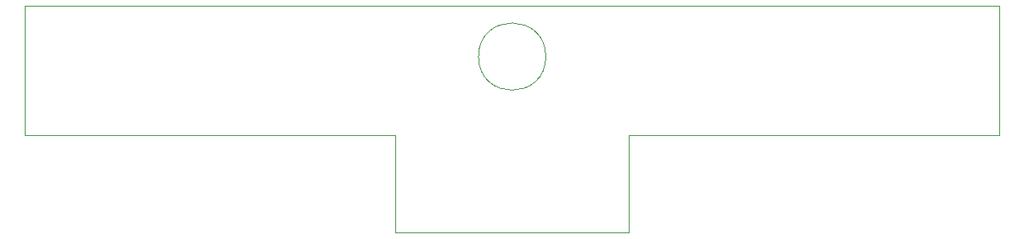
<source format=gm1>
G04 #@! TF.GenerationSoftware,KiCad,Pcbnew,6.0.11+dfsg-1*
G04 #@! TF.CreationDate,2024-04-16T10:26:28+10:00*
G04 #@! TF.ProjectId,IR_Sensor_array,49525f53-656e-4736-9f72-5f6172726179,rev?*
G04 #@! TF.SameCoordinates,Original*
G04 #@! TF.FileFunction,Profile,NP*
%FSLAX46Y46*%
G04 Gerber Fmt 4.6, Leading zero omitted, Abs format (unit mm)*
G04 Created by KiCad (PCBNEW 6.0.11+dfsg-1) date 2024-04-16 10:26:28*
%MOMM*%
%LPD*%
G01*
G04 APERTURE LIST*
G04 #@! TA.AperFunction,Profile*
%ADD10C,0.100000*%
G04 #@! TD*
G04 APERTURE END LIST*
D10*
X150000000Y-110000000D02*
X162000000Y-110000000D01*
X138000000Y-110000000D02*
X138000000Y-100000000D01*
X150000000Y-110000000D02*
X138000000Y-110000000D01*
X200000000Y-86670000D02*
X200000000Y-100000000D01*
X162000000Y-100000000D02*
X200000000Y-100000000D01*
X153454000Y-91895000D02*
G75*
G03*
X153454000Y-91895000I-3454000J0D01*
G01*
X100000000Y-86670000D02*
X100000000Y-100000000D01*
X100000000Y-100000000D02*
X138000000Y-100000000D01*
X100000000Y-86670000D02*
X200000000Y-86670000D01*
X162000000Y-110000000D02*
X162000000Y-100000000D01*
M02*

</source>
